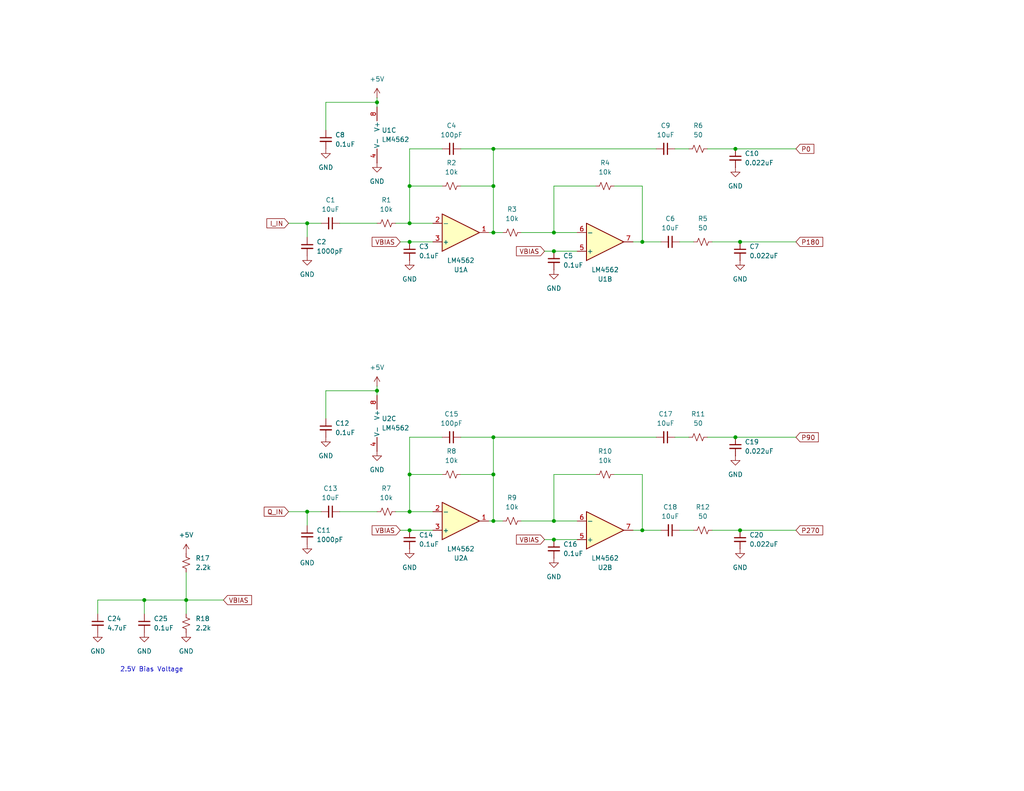
<source format=kicad_sch>
(kicad_sch (version 20231120) (generator "eeschema") (generator_version "8.0")
  (paper "USLetter")
  (title_block (title "Quadrature Transmit Board") (date "2025-01-28") (rev "1") (company "KC1FSZ - Bruce MacKinnon ") (comment 1 "Copyright (C) 2025 ") (comment 2 "For amatuer radio use only - not for commercial use"))
  (lib_symbols
    (symbol "Amplifier_Operational:LM4562" (pin_names (offset 0.127))
      (property "Reference" "U" (at 0 5.08 0))
      (property "Value" "LM4562" (at 0 -5.08 0))
      (symbol "LM4562_1_1"
        (polyline (pts (xy -5.08 5.08) (xy 5.08 0) (xy -5.08 -5.08) (xy -5.08 5.08)) (stroke (width 0.254)) (fill (type background)))
        (pin output line (at 7.62 0 180) (length 2.54) (name "~") (number "1"))
        (pin input line (at -7.62 -2.54 0) (length 2.54) (name "-") (number "2"))
        (pin input line (at -7.62 2.54 0) (length 2.54) (name "+") (number "3"))
      )
      (symbol "LM4562_2_1"
        (polyline (pts (xy -5.08 5.08) (xy 5.08 0) (xy -5.08 -5.08) (xy -5.08 5.08)) (stroke (width 0.254)) (fill (type background)))
        (pin input line (at -7.62 2.54 0) (length 2.54) (name "+") (number "5"))
        (pin input line (at -7.62 -2.54 0) (length 2.54) (name "-") (number "6"))
        (pin output line (at 7.62 0 180) (length 2.54) (name "~") (number "7"))
      )
      (symbol "LM4562_3_1"
        (pin power_in line (at -2.54 -7.62 90) (length 3.81) (name "V-") (number "4"))
        (pin power_in line (at -2.54 7.62 270) (length 3.81) (name "V+") (number "8"))
      )
    )
    (symbol "Device:C_Small" (pin_numbers hide) (pin_names (offset 0.254) hide)
      (property "Reference" "C" (at 0.254 1.778 0))
      (property "Value" "C_Small" (at 0.254 -2.032 0))
      (symbol "C_Small_0_1"
        (polyline (pts (xy -1.524 -0.508) (xy 1.524 -0.508)) (stroke (width 0.3302)))
        (polyline (pts (xy -1.524 0.508) (xy 1.524 0.508)) (stroke (width 0.3048)))
      )
      (symbol "C_Small_1_1"
        (pin passive line (at 0 2.54 270) (length 2.032) (name "~") (number "1"))
        (pin passive line (at 0 -2.54 90) (length 2.032) (name "~") (number "2"))
      )
    )
    (symbol "Device:R_Small_US" (pin_numbers hide) (pin_names (offset 0.254) hide)
      (property "Reference" "R" (at 0.762 0.508 0))
      (property "Value" "R_Small_US" (at 0.762 -1.016 0))
      (symbol "R_Small_US_1_1"
        (polyline (pts (xy 0 0) (xy 1.016 -0.381) (xy 0 -0.762) (xy -1.016 -1.143) (xy 0 -1.524)))
        (polyline (pts (xy 0 1.524) (xy 1.016 1.143) (xy 0 0.762) (xy -1.016 0.381) (xy 0 0)))
        (pin passive line (at 0 2.54 270) (length 1.016) (name "~") (number "1"))
        (pin passive line (at 0 -2.54 90) (length 1.016) (name "~") (number "2"))
      )
    )
    (symbol "power:+5V" (power) (pin_numbers hide) (pin_names (offset 0) hide)
      (property "Value" "+5V" (at 0 3.556 0))
      (symbol "+5V_0_1"
        (polyline (pts (xy -0.762 1.27) (xy 0 2.54)))
        (polyline (pts (xy 0 0) (xy 0 2.54)))
        (polyline (pts (xy 0 2.54) (xy 0.762 1.27)))
      )
      (symbol "+5V_1_1"
        (pin power_in line (at 0 0 90) (length 0) (name "~") (number "1"))
      )
    )
    (symbol "power:GND" (power) (pin_numbers hide) (pin_names (offset 0) hide)
      (property "Value" "GND" (at 0 -3.81 0))
      (symbol "GND_0_1"
        (polyline (pts (xy 0 0) (xy 0 -1.27) (xy 1.27 -1.27) (xy 0 -2.54) (xy -1.27 -1.27) (xy 0 -1.27)))
      )
      (symbol "GND_1_1"
        (pin power_in line (at 0 0 270) (length 0) (name "~") (number "1"))
      )
    )
  )
  (junction (at 175.26 144.78))
  (junction (at 151.13 147.32))
  (junction (at 134.62 142.24))
  (junction (at 201.93 144.78))
  (junction (at 102.87 106.68))
  (junction (at 102.87 27.94))
  (junction (at 134.62 50.8))
  (junction (at 50.8 163.83))
  (junction (at 151.13 142.24))
  (junction (at 175.26 66.04))
  (junction (at 200.66 40.64))
  (junction (at 134.62 129.54))
  (junction (at 200.66 119.38))
  (junction (at 201.93 66.04))
  (junction (at 134.62 40.64))
  (junction (at 111.76 139.7))
  (junction (at 83.82 139.7))
  (junction (at 134.62 63.5))
  (junction (at 151.13 68.58))
  (junction (at 111.76 50.8))
  (junction (at 111.76 129.54))
  (junction (at 111.76 66.04))
  (junction (at 151.13 63.5))
  (junction (at 39.37 163.83))
  (junction (at 134.62 119.38))
  (junction (at 111.76 60.96))
  (junction (at 83.82 60.96))
  (junction (at 111.76 144.78))
  (wire (pts (xy 185.42 144.78) (xy 189.23 144.78)))
  (wire (pts (xy 26.67 167.64) (xy 26.67 163.83)))
  (wire (pts (xy 92.71 139.7) (xy 102.87 139.7)))
  (wire (pts (xy 184.15 40.64) (xy 187.96 40.64)))
  (wire (pts (xy 134.62 40.64) (xy 134.62 50.8)))
  (wire (pts (xy 111.76 40.64) (xy 111.76 50.8)))
  (wire (pts (xy 107.95 60.96) (xy 111.76 60.96)))
  (wire (pts (xy 125.73 40.64) (xy 134.62 40.64)))
  (wire (pts (xy 102.87 106.68) (xy 102.87 107.95)))
  (wire (pts (xy 175.26 144.78) (xy 180.34 144.78)))
  (wire (pts (xy 109.22 66.04) (xy 111.76 66.04)))
  (wire (pts (xy 134.62 129.54) (xy 134.62 142.24)))
  (wire (pts (xy 39.37 163.83) (xy 50.8 163.83)))
  (wire (pts (xy 111.76 66.04) (xy 118.11 66.04)))
  (wire (pts (xy 111.76 139.7) (xy 118.11 139.7)))
  (wire (pts (xy 151.13 68.58) (xy 157.48 68.58)))
  (wire (pts (xy 39.37 167.64) (xy 39.37 163.83)))
  (wire (pts (xy 185.42 66.04) (xy 189.23 66.04)))
  (wire (pts (xy 88.9 27.94) (xy 102.87 27.94)))
  (wire (pts (xy 194.31 66.04) (xy 201.93 66.04)))
  (wire (pts (xy 175.26 129.54) (xy 175.26 144.78)))
  (wire (pts (xy 151.13 147.32) (xy 157.48 147.32)))
  (wire (pts (xy 134.62 40.64) (xy 179.07 40.64)))
  (wire (pts (xy 184.15 119.38) (xy 187.96 119.38)))
  (wire (pts (xy 134.62 63.5) (xy 133.35 63.5)))
  (wire (pts (xy 162.56 50.8) (xy 151.13 50.8)))
  (wire (pts (xy 162.56 129.54) (xy 151.13 129.54)))
  (wire (pts (xy 151.13 50.8) (xy 151.13 63.5)))
  (wire (pts (xy 151.13 129.54) (xy 151.13 142.24)))
  (wire (pts (xy 111.76 119.38) (xy 111.76 129.54)))
  (wire (pts (xy 175.26 50.8) (xy 175.26 66.04)))
  (wire (pts (xy 120.65 50.8) (xy 111.76 50.8)))
  (wire (pts (xy 175.26 66.04) (xy 180.34 66.04)))
  (wire (pts (xy 26.67 163.83) (xy 39.37 163.83)))
  (wire (pts (xy 151.13 142.24) (xy 157.48 142.24)))
  (wire (pts (xy 102.87 26.67) (xy 102.87 27.94)))
  (wire (pts (xy 134.62 63.5) (xy 137.16 63.5)))
  (wire (pts (xy 167.64 50.8) (xy 175.26 50.8)))
  (wire (pts (xy 88.9 106.68) (xy 102.87 106.68)))
  (wire (pts (xy 200.66 119.38) (xy 217.17 119.38)))
  (wire (pts (xy 88.9 114.3) (xy 88.9 106.68)))
  (wire (pts (xy 111.76 129.54) (xy 111.76 139.7)))
  (wire (pts (xy 134.62 142.24) (xy 137.16 142.24)))
  (wire (pts (xy 148.59 147.32) (xy 151.13 147.32)))
  (wire (pts (xy 125.73 129.54) (xy 134.62 129.54)))
  (wire (pts (xy 102.87 27.94) (xy 102.87 29.21)))
  (wire (pts (xy 175.26 144.78) (xy 172.72 144.78)))
  (wire (pts (xy 111.76 60.96) (xy 118.11 60.96)))
  (wire (pts (xy 201.93 144.78) (xy 217.17 144.78)))
  (wire (pts (xy 148.59 68.58) (xy 151.13 68.58)))
  (wire (pts (xy 88.9 35.56) (xy 88.9 27.94)))
  (wire (pts (xy 120.65 129.54) (xy 111.76 129.54)))
  (wire (pts (xy 142.24 142.24) (xy 151.13 142.24)))
  (wire (pts (xy 201.93 66.04) (xy 217.17 66.04)))
  (wire (pts (xy 125.73 119.38) (xy 134.62 119.38)))
  (wire (pts (xy 193.04 40.64) (xy 200.66 40.64)))
  (wire (pts (xy 194.31 144.78) (xy 201.93 144.78)))
  (wire (pts (xy 134.62 50.8) (xy 134.62 63.5)))
  (wire (pts (xy 92.71 60.96) (xy 102.87 60.96)))
  (wire (pts (xy 50.8 163.83) (xy 60.96 163.83)))
  (wire (pts (xy 83.82 60.96) (xy 83.82 64.77)))
  (wire (pts (xy 167.64 129.54) (xy 175.26 129.54)))
  (wire (pts (xy 200.66 40.64) (xy 217.17 40.64)))
  (wire (pts (xy 120.65 119.38) (xy 111.76 119.38)))
  (wire (pts (xy 151.13 63.5) (xy 157.48 63.5)))
  (wire (pts (xy 83.82 60.96) (xy 87.63 60.96)))
  (wire (pts (xy 102.87 105.41) (xy 102.87 106.68)))
  (wire (pts (xy 125.73 50.8) (xy 134.62 50.8)))
  (wire (pts (xy 78.74 60.96) (xy 83.82 60.96)))
  (wire (pts (xy 78.74 139.7) (xy 83.82 139.7)))
  (wire (pts (xy 50.8 163.83) (xy 50.8 167.64)))
  (wire (pts (xy 111.76 50.8) (xy 111.76 60.96)))
  (wire (pts (xy 120.65 40.64) (xy 111.76 40.64)))
  (wire (pts (xy 111.76 144.78) (xy 118.11 144.78)))
  (wire (pts (xy 134.62 142.24) (xy 133.35 142.24)))
  (wire (pts (xy 134.62 119.38) (xy 134.62 129.54)))
  (wire (pts (xy 109.22 144.78) (xy 111.76 144.78)))
  (wire (pts (xy 83.82 139.7) (xy 83.82 143.51)))
  (wire (pts (xy 193.04 119.38) (xy 200.66 119.38)))
  (wire (pts (xy 50.8 156.21) (xy 50.8 163.83)))
  (wire (pts (xy 83.82 139.7) (xy 87.63 139.7)))
  (wire (pts (xy 175.26 66.04) (xy 172.72 66.04)))
  (wire (pts (xy 134.62 119.38) (xy 179.07 119.38)))
  (wire (pts (xy 142.24 63.5) (xy 151.13 63.5)))
  (wire (pts (xy 107.95 139.7) (xy 111.76 139.7)))
  (text "2.5V Bias Voltage" (at 41.402 182.88 0) (effects (font (size 1.27 1.27))))
  (global_label "VBIAS" (shape input) (at 148.59 147.32 180) (property "Intersheetrefs" "${INTERSHEET_REFS}" (effects (hide yes))))
  (global_label "Q_IN" (shape input) (at 78.74 139.7 180) (property "Intersheetrefs" "${INTERSHEET_REFS}" (effects (hide yes))))
  (global_label "VBIAS" (shape input) (at 109.22 66.04 180) (property "Intersheetrefs" "${INTERSHEET_REFS}" (effects (hide yes))))
  (global_label "VBIAS" (shape input) (at 60.96 163.83 0) (property "Intersheetrefs" "${INTERSHEET_REFS}" (effects (hide yes))))
  (global_label "VBIAS" (shape input) (at 148.59 68.58 180) (property "Intersheetrefs" "${INTERSHEET_REFS}" (effects (hide yes))))
  (global_label "P270" (shape input) (at 217.17 144.78 0) (property "Intersheetrefs" "${INTERSHEET_REFS}" (effects (hide yes))))
  (global_label "VBIAS" (shape input) (at 109.22 144.78 180) (property "Intersheetrefs" "${INTERSHEET_REFS}" (effects (hide yes))))
  (global_label "P0" (shape input) (at 217.17 40.64 0) (property "Intersheetrefs" "${INTERSHEET_REFS}" (effects (hide yes))))
  (global_label "P180" (shape input) (at 217.17 66.04 0) (property "Intersheetrefs" "${INTERSHEET_REFS}" (effects (hide yes))))
  (global_label "P90" (shape input) (at 217.17 119.38 0) (property "Intersheetrefs" "${INTERSHEET_REFS}" (effects (hide yes))))
  (global_label "I_IN" (shape input) (at 78.74 60.96 180) (property "Intersheetrefs" "${INTERSHEET_REFS}" (effects (hide yes))))
  (symbol (lib_id "Device:C_Small") (at 151.13 71.12 0) (unit 1)
    (property "Reference" "C5" (at 153.67 69.8562 0) (effects (justify left)))
    (property "Value" "0.1uF" (at 153.67 72.3962 0) (effects (justify left)))
    (property "Footprint" "Capacitor_SMD:C_0805_2012Metric_Pad1.18x1.45mm_HandSolder" (effects (hide yes)))
    (property "Description" "Unpolarized capacitor, small symbol" (effects (hide yes)))
  )
  (symbol (lib_id "Amplifier_Operational:LM4562") (at 165.1 66.04 0) (mirror x) (unit 2)
    (property "Reference" "U1" (at 165.1 76.2 0))
    (property "Value" "LM4562" (at 165.1 73.66 0))
    (property "Footprint" "Package_SO:SOIC-8_3.9x4.9mm_P1.27mm" (effects (hide yes)))
    (property "Datasheet" "http://www.ti.com/lit/ds/symlink/lm4562.pdf" (effects (hide yes)))
    (property "Description" "Dual High-Performance, High-Fidelity Audio Operational Amplifier, DIP-8/SOIC-8/TO-99-8" (effects (hide yes)))
  )
  (symbol (lib_id "Device:R_Small_US") (at 190.5 119.38 90) (unit 1)
    (property "Reference" "R11" (at 190.5 113.03 90))
    (property "Value" "50" (at 190.5 115.57 90))
    (property "Footprint" "Resistor_SMD:R_0805_2012Metric_Pad1.20x1.40mm_HandSolder" (effects (hide yes)))
    (property "Description" "Resistor, small US symbol" (effects (hide yes)))
  )
  (symbol (lib_id "Device:R_Small_US") (at 191.77 66.04 90) (unit 1)
    (property "Reference" "R5" (at 191.77 59.69 90))
    (property "Value" "50" (at 191.77 62.23 90))
    (property "Footprint" "Resistor_SMD:R_0805_2012Metric_Pad1.20x1.40mm_HandSolder" (effects (hide yes)))
    (property "Description" "Resistor, small US symbol" (effects (hide yes)))
  )
  (symbol (lib_id "power:GND") (at 111.76 149.86 0) (unit 1)
    (property "Reference" "#PWR013" (effects (hide yes)))
    (property "Value" "GND" (at 111.76 154.94 0))
    (property "Description" "Power symbol creates a global label with name \"GND\" , ground" (effects (hide yes)))
  )
  (symbol (lib_id "power:+5V") (at 50.8 151.13 0) (unit 1)
    (property "Reference" "#PWR029" (effects (hide yes)))
    (property "Value" "+5V" (at 50.8 146.05 0))
    (property "Description" "Power symbol creates a global label with name \"+5V\"" (effects (hide yes)))
  )
  (symbol (lib_id "power:GND") (at 201.93 71.12 0) (unit 1)
    (property "Reference" "#PWR04" (effects (hide yes)))
    (property "Value" "GND" (at 201.93 76.2 0))
    (property "Description" "Power symbol creates a global label with name \"GND\" , ground" (effects (hide yes)))
  )
  (symbol (lib_id "Device:R_Small_US") (at 50.8 153.67 0) (unit 1)
    (property "Reference" "R17" (at 53.34 152.3999 0) (effects (justify left)))
    (property "Value" "2.2k" (at 53.34 154.9399 0) (effects (justify left)))
    (property "Footprint" "Resistor_SMD:R_0805_2012Metric_Pad1.20x1.40mm_HandSolder" (effects (hide yes)))
    (property "Description" "Resistor, small US symbol" (effects (hide yes)))
  )
  (symbol (lib_id "power:+5V") (at 102.87 26.67 0) (unit 1)
    (property "Reference" "#PWR07" (effects (hide yes)))
    (property "Value" "+5V" (at 102.87 21.59 0))
    (property "Description" "Power symbol creates a global label with name \"+5V\"" (effects (hide yes)))
  )
  (symbol (lib_id "Device:C_Small") (at 88.9 116.84 0) (unit 1)
    (property "Reference" "C12" (at 91.44 115.5762 0) (effects (justify left)))
    (property "Value" "0.1uF" (at 91.44 118.1162 0) (effects (justify left)))
    (property "Footprint" "Capacitor_SMD:C_0805_2012Metric_Pad1.18x1.45mm_HandSolder" (effects (hide yes)))
    (property "Description" "Unpolarized capacitor, small symbol" (effects (hide yes)))
  )
  (symbol (lib_id "Device:C_Small") (at 182.88 66.04 270) (unit 1)
    (property "Reference" "C6" (at 182.8736 59.69 90))
    (property "Value" "10uF" (at 182.8736 62.23 90))
    (property "Footprint" "Capacitor_SMD:C_0805_2012Metric_Pad1.18x1.45mm_HandSolder" (effects (hide yes)))
    (property "Description" "Unpolarized capacitor, small symbol" (effects (hide yes)))
  )
  (symbol (lib_id "Device:C_Small") (at 39.37 170.18 0) (unit 1)
    (property "Reference" "C25" (at 41.91 168.9162 0) (effects (justify left)))
    (property "Value" "0.1uF" (at 41.91 171.4562 0) (effects (justify left)))
    (property "Footprint" "Capacitor_SMD:C_0805_2012Metric_Pad1.18x1.45mm_HandSolder" (effects (hide yes)))
    (property "Description" "Unpolarized capacitor, small symbol" (effects (hide yes)))
  )
  (symbol (lib_id "power:GND") (at 111.76 71.12 0) (unit 1)
    (property "Reference" "#PWR02" (effects (hide yes)))
    (property "Value" "GND" (at 111.76 76.2 0))
    (property "Description" "Power symbol creates a global label with name \"GND\" , ground" (effects (hide yes)))
  )
  (symbol (lib_id "Device:C_Small") (at 83.82 146.05 0) (unit 1)
    (property "Reference" "C11" (at 86.36 144.7862 0) (effects (justify left)))
    (property "Value" "1000pF" (at 86.36 147.3262 0) (effects (justify left)))
    (property "Footprint" "Capacitor_SMD:C_0805_2012Metric_Pad1.18x1.45mm_HandSolder" (effects (hide yes)))
    (property "Description" "Unpolarized capacitor, small symbol" (effects (hide yes)))
  )
  (symbol (lib_id "Device:R_Small_US") (at 50.8 170.18 0) (unit 1)
    (property "Reference" "R18" (at 53.34 168.9099 0) (effects (justify left)))
    (property "Value" "2.2k" (at 53.34 171.4499 0) (effects (justify left)))
    (property "Footprint" "Resistor_SMD:R_0805_2012Metric_Pad1.20x1.40mm_HandSolder" (effects (hide yes)))
    (property "Description" "Resistor, small US symbol" (effects (hide yes)))
  )
  (symbol (lib_id "power:GND") (at 26.67 172.72 0) (unit 1)
    (property "Reference" "#PWR027" (effects (hide yes)))
    (property "Value" "GND" (at 26.67 177.8 0))
    (property "Description" "Power symbol creates a global label with name \"GND\" , ground" (effects (hide yes)))
  )
  (symbol (lib_id "Device:C_Small") (at 182.88 144.78 270) (unit 1)
    (property "Reference" "C18" (at 182.8736 138.43 90))
    (property "Value" "10uF" (at 182.8736 140.97 90))
    (property "Footprint" "Capacitor_SMD:C_0805_2012Metric_Pad1.18x1.45mm_HandSolder" (effects (hide yes)))
    (property "Description" "Unpolarized capacitor, small symbol" (effects (hide yes)))
  )
  (symbol (lib_id "Device:C_Small") (at 111.76 147.32 0) (unit 1)
    (property "Reference" "C14" (at 114.3 146.0562 0) (effects (justify left)))
    (property "Value" "0.1uF" (at 114.3 148.5962 0) (effects (justify left)))
    (property "Footprint" "Capacitor_SMD:C_0805_2012Metric_Pad1.18x1.45mm_HandSolder" (effects (hide yes)))
    (property "Description" "Unpolarized capacitor, small symbol" (effects (hide yes)))
  )
  (symbol (lib_id "Device:C_Small") (at 200.66 121.92 0) (unit 1)
    (property "Reference" "C19" (at 203.2 120.6562 0) (effects (justify left)))
    (property "Value" "0.022uF" (at 203.2 123.1962 0) (effects (justify left)))
    (property "Footprint" "Capacitor_SMD:C_0805_2012Metric_Pad1.18x1.45mm_HandSolder" (effects (hide yes)))
    (property "Description" "Unpolarized capacitor, small symbol" (effects (hide yes)))
  )
  (symbol (lib_id "Device:C_Small") (at 111.76 68.58 0) (unit 1)
    (property "Reference" "C3" (at 114.3 67.3162 0) (effects (justify left)))
    (property "Value" "0.1uF" (at 114.3 69.8562 0) (effects (justify left)))
    (property "Footprint" "Capacitor_SMD:C_0805_2012Metric_Pad1.18x1.45mm_HandSolder" (effects (hide yes)))
    (property "Description" "Unpolarized capacitor, small symbol" (effects (hide yes)))
  )
  (symbol (lib_id "power:GND") (at 88.9 119.38 0) (unit 1)
    (property "Reference" "#PWR010" (effects (hide yes)))
    (property "Value" "GND" (at 88.9 124.46 0))
    (property "Description" "Power symbol creates a global label with name \"GND\" , ground" (effects (hide yes)))
  )
  (symbol (lib_id "Device:R_Small_US") (at 105.41 60.96 90) (unit 1)
    (property "Reference" "R1" (at 105.41 54.61 90))
    (property "Value" "10k" (at 105.41 57.15 90))
    (property "Footprint" "Resistor_SMD:R_0805_2012Metric_Pad1.20x1.40mm_HandSolder" (effects (hide yes)))
    (property "Description" "Resistor, small US symbol" (effects (hide yes)))
  )
  (symbol (lib_id "Amplifier_Operational:LM4562") (at 105.41 115.57 0) (unit 3)
    (property "Reference" "U2" (at 104.14 114.2999 0) (effects (justify left)))
    (property "Value" "LM4562" (at 104.14 116.8399 0) (effects (justify left)))
    (property "Footprint" "Package_SO:SOIC-8_3.9x4.9mm_P1.27mm" (effects (hide yes)))
    (property "Datasheet" "http://www.ti.com/lit/ds/symlink/lm4562.pdf" (effects (hide yes)))
    (property "Description" "Dual High-Performance, High-Fidelity Audio Operational Amplifier, DIP-8/SOIC-8/TO-99-8" (effects (hide yes)))
  )
  (symbol (lib_id "power:GND") (at 151.13 73.66 0) (unit 1)
    (property "Reference" "#PWR03" (effects (hide yes)))
    (property "Value" "GND" (at 151.13 78.74 0))
    (property "Description" "Power symbol creates a global label with name \"GND\" , ground" (effects (hide yes)))
  )
  (symbol (lib_id "Device:C_Small") (at 181.61 119.38 270) (unit 1)
    (property "Reference" "C17" (at 181.6036 113.03 90))
    (property "Value" "10uF" (at 181.6036 115.57 90))
    (property "Footprint" "Capacitor_SMD:C_0805_2012Metric_Pad1.18x1.45mm_HandSolder" (effects (hide yes)))
    (property "Description" "Unpolarized capacitor, small symbol" (effects (hide yes)))
  )
  (symbol (lib_id "Device:R_Small_US") (at 165.1 50.8 90) (unit 1)
    (property "Reference" "R4" (at 165.1 44.45 90))
    (property "Value" "10k" (at 165.1 46.99 90))
    (property "Footprint" "Resistor_SMD:R_0805_2012Metric_Pad1.20x1.40mm_HandSolder" (effects (hide yes)))
    (property "Description" "Resistor, small US symbol" (effects (hide yes)))
  )
  (symbol (lib_id "power:GND") (at 200.66 45.72 0) (unit 1)
    (property "Reference" "#PWR08" (effects (hide yes)))
    (property "Value" "GND" (at 200.66 50.8 0))
    (property "Description" "Power symbol creates a global label with name \"GND\" , ground" (effects (hide yes)))
  )
  (symbol (lib_id "Amplifier_Operational:LM4562") (at 125.73 63.5 0) (mirror x) (unit 1)
    (property "Reference" "U1" (at 125.73 73.66 0))
    (property "Value" "LM4562" (at 125.73 71.12 0))
    (property "Footprint" "Package_SO:SOIC-8_3.9x4.9mm_P1.27mm" (effects (hide yes)))
    (property "Datasheet" "http://www.ti.com/lit/ds/symlink/lm4562.pdf" (effects (hide yes)))
    (property "Description" "Dual High-Performance, High-Fidelity Audio Operational Amplifier, DIP-8/SOIC-8/TO-99-8" (effects (hide yes)))
  )
  (symbol (lib_id "Device:R_Small_US") (at 165.1 129.54 90) (unit 1)
    (property "Reference" "R10" (at 165.1 123.19 90))
    (property "Value" "10k" (at 165.1 125.73 90))
    (property "Footprint" "Resistor_SMD:R_0805_2012Metric_Pad1.20x1.40mm_HandSolder" (effects (hide yes)))
    (property "Description" "Resistor, small US symbol" (effects (hide yes)))
  )
  (symbol (lib_id "Device:C_Small") (at 200.66 43.18 0) (unit 1)
    (property "Reference" "C10" (at 203.2 41.9162 0) (effects (justify left)))
    (property "Value" "0.022uF" (at 203.2 44.4562 0) (effects (justify left)))
    (property "Footprint" "Capacitor_SMD:C_0805_2012Metric_Pad1.18x1.45mm_HandSolder" (effects (hide yes)))
    (property "Description" "Unpolarized capacitor, small symbol" (effects (hide yes)))
  )
  (symbol (lib_id "Device:R_Small_US") (at 105.41 139.7 90) (unit 1)
    (property "Reference" "R7" (at 105.41 133.35 90))
    (property "Value" "10k" (at 105.41 135.89 90))
    (property "Footprint" "Resistor_SMD:R_0805_2012Metric_Pad1.20x1.40mm_HandSolder" (effects (hide yes)))
    (property "Description" "Resistor, small US symbol" (effects (hide yes)))
  )
  (symbol (lib_id "Device:R_Small_US") (at 123.19 50.8 90) (unit 1)
    (property "Reference" "R2" (at 123.19 44.45 90))
    (property "Value" "10k" (at 123.19 46.99 90))
    (property "Footprint" "Resistor_SMD:R_0805_2012Metric_Pad1.20x1.40mm_HandSolder" (effects (hide yes)))
    (property "Description" "Resistor, small US symbol" (effects (hide yes)))
  )
  (symbol (lib_id "Device:R_Small_US") (at 191.77 144.78 90) (unit 1)
    (property "Reference" "R12" (at 191.77 138.43 90))
    (property "Value" "50" (at 191.77 140.97 90))
    (property "Footprint" "Resistor_SMD:R_0805_2012Metric_Pad1.20x1.40mm_HandSolder" (effects (hide yes)))
    (property "Description" "Resistor, small US symbol" (effects (hide yes)))
  )
  (symbol (lib_id "Device:R_Small_US") (at 139.7 142.24 90) (unit 1)
    (property "Reference" "R9" (at 139.7 135.89 90))
    (property "Value" "10k" (at 139.7 138.43 90))
    (property "Footprint" "Resistor_SMD:R_0805_2012Metric_Pad1.20x1.40mm_HandSolder" (effects (hide yes)))
    (property "Description" "Resistor, small US symbol" (effects (hide yes)))
  )
  (symbol (lib_id "Device:C_Small") (at 90.17 60.96 270) (unit 1)
    (property "Reference" "C1" (at 90.1636 54.61 90))
    (property "Value" "10uF" (at 90.1636 57.15 90))
    (property "Footprint" "Capacitor_SMD:C_0805_2012Metric_Pad1.18x1.45mm_HandSolder" (effects (hide yes)))
    (property "Description" "Unpolarized capacitor, small symbol" (effects (hide yes)))
  )
  (symbol (lib_id "Amplifier_Operational:LM4562") (at 125.73 142.24 0) (mirror x) (unit 1)
    (property "Reference" "U2" (at 125.73 152.4 0))
    (property "Value" "LM4562" (at 125.73 149.86 0))
    (property "Footprint" "Package_SO:SOIC-8_3.9x4.9mm_P1.27mm" (effects (hide yes)))
    (property "Datasheet" "http://www.ti.com/lit/ds/symlink/lm4562.pdf" (effects (hide yes)))
    (property "Description" "Dual High-Performance, High-Fidelity Audio Operational Amplifier, DIP-8/SOIC-8/TO-99-8" (effects (hide yes)))
  )
  (symbol (lib_id "Device:C_Small") (at 151.13 149.86 0) (unit 1)
    (property "Reference" "C16" (at 153.67 148.5962 0) (effects (justify left)))
    (property "Value" "0.1uF" (at 153.67 151.1362 0) (effects (justify left)))
    (property "Footprint" "Capacitor_SMD:C_0805_2012Metric_Pad1.18x1.45mm_HandSolder" (effects (hide yes)))
    (property "Description" "Unpolarized capacitor, small symbol" (effects (hide yes)))
  )
  (symbol (lib_id "Device:C_Small") (at 90.17 139.7 270) (unit 1)
    (property "Reference" "C13" (at 90.1636 133.35 90))
    (property "Value" "10uF" (at 90.1636 135.89 90))
    (property "Footprint" "Capacitor_SMD:C_0805_2012Metric_Pad1.18x1.45mm_HandSolder" (effects (hide yes)))
    (property "Description" "Unpolarized capacitor, small symbol" (effects (hide yes)))
  )
  (symbol (lib_id "Device:C_Small") (at 88.9 38.1 0) (unit 1)
    (property "Reference" "C8" (at 91.44 36.8362 0) (effects (justify left)))
    (property "Value" "0.1uF" (at 91.44 39.3762 0) (effects (justify left)))
    (property "Footprint" "Capacitor_SMD:C_0805_2012Metric_Pad1.18x1.45mm_HandSolder" (effects (hide yes)))
    (property "Description" "Unpolarized capacitor, small symbol" (effects (hide yes)))
  )
  (symbol (lib_id "power:GND") (at 83.82 148.59 0) (unit 1)
    (property "Reference" "#PWR09" (effects (hide yes)))
    (property "Value" "GND" (at 83.82 153.67 0))
    (property "Description" "Power symbol creates a global label with name \"GND\" , ground" (effects (hide yes)))
  )
  (symbol (lib_id "Device:C_Small") (at 123.19 40.64 270) (unit 1)
    (property "Reference" "C4" (at 123.1836 34.29 90))
    (property "Value" "100pF" (at 123.1836 36.83 90))
    (property "Footprint" "Capacitor_SMD:C_0805_2012Metric_Pad1.18x1.45mm_HandSolder" (effects (hide yes)))
    (property "Description" "Unpolarized capacitor, small symbol" (effects (hide yes)))
  )
  (symbol (lib_id "power:GND") (at 88.9 40.64 0) (unit 1)
    (property "Reference" "#PWR06" (effects (hide yes)))
    (property "Value" "GND" (at 88.9 45.72 0))
    (property "Description" "Power symbol creates a global label with name \"GND\" , ground" (effects (hide yes)))
  )
  (symbol (lib_id "Device:C_Small") (at 26.67 170.18 0) (unit 1)
    (property "Reference" "C24" (at 29.21 168.9162 0) (effects (justify left)))
    (property "Value" "4.7uF" (at 29.21 171.4562 0) (effects (justify left)))
    (property "Footprint" "Capacitor_SMD:C_0805_2012Metric_Pad1.18x1.45mm_HandSolder" (effects (hide yes)))
    (property "Description" "Unpolarized capacitor, small symbol" (effects (hide yes)))
  )
  (symbol (lib_id "power:GND") (at 102.87 44.45 0) (unit 1)
    (property "Reference" "#PWR05" (effects (hide yes)))
    (property "Value" "GND" (at 102.87 49.53 0))
    (property "Description" "Power symbol creates a global label with name \"GND\" , ground" (effects (hide yes)))
  )
  (symbol (lib_id "power:GND") (at 83.82 69.85 0) (unit 1)
    (property "Reference" "#PWR01" (effects (hide yes)))
    (property "Value" "GND" (at 83.82 74.93 0))
    (property "Description" "Power symbol creates a global label with name \"GND\" , ground" (effects (hide yes)))
  )
  (symbol (lib_id "power:GND") (at 102.87 123.19 0) (unit 1)
    (property "Reference" "#PWR012" (effects (hide yes)))
    (property "Value" "GND" (at 102.87 128.27 0))
    (property "Description" "Power symbol creates a global label with name \"GND\" , ground" (effects (hide yes)))
  )
  (symbol (lib_id "Device:R_Small_US") (at 123.19 129.54 90) (unit 1)
    (property "Reference" "R8" (at 123.19 123.19 90))
    (property "Value" "10k" (at 123.19 125.73 90))
    (property "Footprint" "Resistor_SMD:R_0805_2012Metric_Pad1.20x1.40mm_HandSolder" (effects (hide yes)))
    (property "Description" "Resistor, small US symbol" (effects (hide yes)))
  )
  (symbol (lib_id "Device:C_Small") (at 201.93 68.58 0) (unit 1)
    (property "Reference" "C7" (at 204.47 67.3162 0) (effects (justify left)))
    (property "Value" "0.022uF" (at 204.47 69.8562 0) (effects (justify left)))
    (property "Footprint" "Capacitor_SMD:C_0805_2012Metric_Pad1.18x1.45mm_HandSolder" (effects (hide yes)))
    (property "Description" "Unpolarized capacitor, small symbol" (effects (hide yes)))
  )
  (symbol (lib_id "Device:R_Small_US") (at 139.7 63.5 90) (unit 1)
    (property "Reference" "R3" (at 139.7 57.15 90))
    (property "Value" "10k" (at 139.7 59.69 90))
    (property "Footprint" "Resistor_SMD:R_0805_2012Metric_Pad1.20x1.40mm_HandSolder" (effects (hide yes)))
    (property "Description" "Resistor, small US symbol" (effects (hide yes)))
  )
  (symbol (lib_id "power:GND") (at 151.13 152.4 0) (unit 1)
    (property "Reference" "#PWR014" (effects (hide yes)))
    (property "Value" "GND" (at 151.13 157.48 0))
    (property "Description" "Power symbol creates a global label with name \"GND\" , ground" (effects (hide yes)))
  )
  (symbol (lib_id "Device:R_Small_US") (at 190.5 40.64 90) (unit 1)
    (property "Reference" "R6" (at 190.5 34.29 90))
    (property "Value" "50" (at 190.5 36.83 90))
    (property "Footprint" "Resistor_SMD:R_0805_2012Metric_Pad1.20x1.40mm_HandSolder" (effects (hide yes)))
    (property "Description" "Resistor, small US symbol" (effects (hide yes)))
  )
  (symbol (lib_id "Device:C_Small") (at 123.19 119.38 270) (unit 1)
    (property "Reference" "C15" (at 123.1836 113.03 90))
    (property "Value" "100pF" (at 123.1836 115.57 90))
    (property "Footprint" "Capacitor_SMD:C_0805_2012Metric_Pad1.18x1.45mm_HandSolder" (effects (hide yes)))
    (property "Description" "Unpolarized capacitor, small symbol" (effects (hide yes)))
  )
  (symbol (lib_id "power:GND") (at 39.37 172.72 0) (unit 1)
    (property "Reference" "#PWR028" (effects (hide yes)))
    (property "Value" "GND" (at 39.37 177.8 0))
    (property "Description" "Power symbol creates a global label with name \"GND\" , ground" (effects (hide yes)))
  )
  (symbol (lib_id "Device:C_Small") (at 201.93 147.32 0) (unit 1)
    (property "Reference" "C20" (at 204.47 146.0562 0) (effects (justify left)))
    (property "Value" "0.022uF" (at 204.47 148.5962 0) (effects (justify left)))
    (property "Footprint" "Capacitor_SMD:C_0805_2012Metric_Pad1.18x1.45mm_HandSolder" (effects (hide yes)))
    (property "Description" "Unpolarized capacitor, small symbol" (effects (hide yes)))
  )
  (symbol (lib_id "Amplifier_Operational:LM4562") (at 105.41 36.83 0) (unit 3)
    (property "Reference" "U1" (at 104.14 35.5599 0) (effects (justify left)))
    (property "Value" "LM4562" (at 104.14 38.0999 0) (effects (justify left)))
    (property "Footprint" "Package_SO:SOIC-8_3.9x4.9mm_P1.27mm" (effects (hide yes)))
    (property "Datasheet" "http://www.ti.com/lit/ds/symlink/lm4562.pdf" (effects (hide yes)))
    (property "Description" "Dual High-Performance, High-Fidelity Audio Operational Amplifier, DIP-8/SOIC-8/TO-99-8" (effects (hide yes)))
  )
  (symbol (lib_id "power:+5V") (at 102.87 105.41 0) (unit 1)
    (property "Reference" "#PWR011" (effects (hide yes)))
    (property "Value" "+5V" (at 102.87 100.33 0))
    (property "Description" "Power symbol creates a global label with name \"+5V\"" (effects (hide yes)))
  )
  (symbol (lib_id "power:GND") (at 201.93 149.86 0) (unit 1)
    (property "Reference" "#PWR016" (effects (hide yes)))
    (property "Value" "GND" (at 201.93 154.94 0))
    (property "Description" "Power symbol creates a global label with name \"GND\" , ground" (effects (hide yes)))
  )
  (symbol (lib_id "power:GND") (at 50.8 172.72 0) (unit 1)
    (property "Reference" "#PWR026" (effects (hide yes)))
    (property "Value" "GND" (at 50.8 177.8 0))
    (property "Description" "Power symbol creates a global label with name \"GND\" , ground" (effects (hide yes)))
  )
  (symbol (lib_id "Device:C_Small") (at 181.61 40.64 270) (unit 1)
    (property "Reference" "C9" (at 181.6036 34.29 90))
    (property "Value" "10uF" (at 181.6036 36.83 90))
    (property "Footprint" "Capacitor_SMD:C_0805_2012Metric_Pad1.18x1.45mm_HandSolder" (effects (hide yes)))
    (property "Description" "Unpolarized capacitor, small symbol" (effects (hide yes)))
  )
  (symbol (lib_id "Device:C_Small") (at 83.82 67.31 0) (unit 1)
    (property "Reference" "C2" (at 86.36 66.0462 0) (effects (justify left)))
    (property "Value" "1000pF" (at 86.36 68.5862 0) (effects (justify left)))
    (property "Footprint" "Capacitor_SMD:C_0805_2012Metric_Pad1.18x1.45mm_HandSolder" (effects (hide yes)))
    (property "Description" "Unpolarized capacitor, small symbol" (effects (hide yes)))
  )
  (symbol (lib_id "power:GND") (at 200.66 124.46 0) (unit 1)
    (property "Reference" "#PWR015" (effects (hide yes)))
    (property "Value" "GND" (at 200.66 129.54 0))
    (property "Description" "Power symbol creates a global label with name \"GND\" , ground" (effects (hide yes)))
  )
  (symbol (lib_id "Amplifier_Operational:LM4562") (at 165.1 144.78 0) (mirror x) (unit 2)
    (property "Reference" "U2" (at 165.1 154.94 0))
    (property "Value" "LM4562" (at 165.1 152.4 0))
    (property "Footprint" "Package_SO:SOIC-8_3.9x4.9mm_P1.27mm" (effects (hide yes)))
    (property "Datasheet" "http://www.ti.com/lit/ds/symlink/lm4562.pdf" (effects (hide yes)))
    (property "Description" "Dual High-Performance, High-Fidelity Audio Operational Amplifier, DIP-8/SOIC-8/TO-99-8" (effects (hide yes)))
  )
)
</source>
